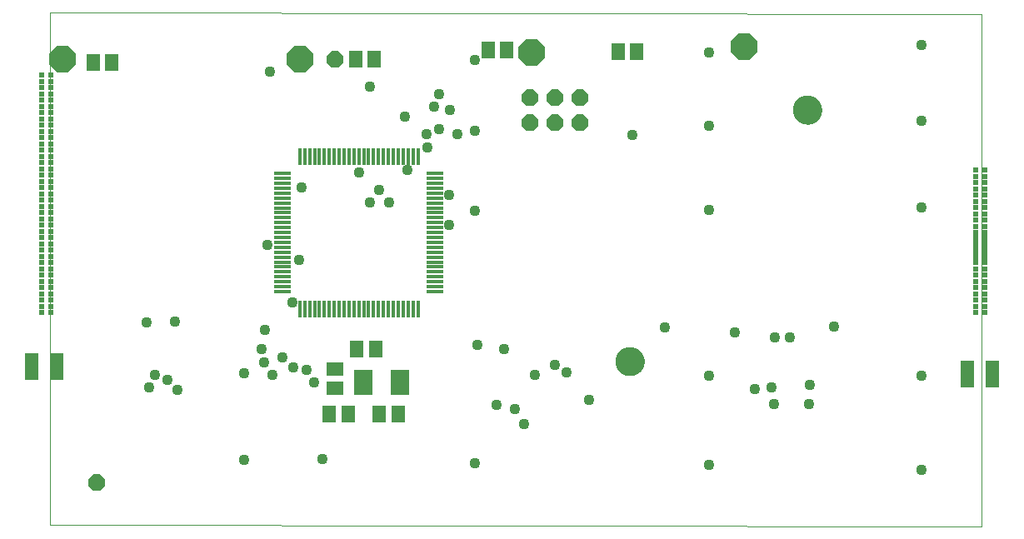
<source format=gbs>
G75*
%MOIN*%
%OFA0B0*%
%FSLAX25Y25*%
%IPPOS*%
%LPD*%
%AMOC8*
5,1,8,0,0,1.08239X$1,22.5*
%
%ADD10C,0.00000*%
%ADD11OC8,0.06600*%
%ADD12R,0.07293X0.10049*%
%ADD13R,0.05718X0.06506*%
%ADD14R,0.06899X0.05718*%
%ADD15R,0.05718X0.06899*%
%ADD16R,0.01663X0.06506*%
%ADD17R,0.06506X0.01663*%
%ADD18OC8,0.10600*%
%ADD19R,0.02100X0.02100*%
%ADD20C,0.11624*%
%ADD21R,0.05600X0.10600*%
%ADD22C,0.04362*%
D10*
X0014000Y0001800D02*
X0014000Y0206761D01*
X0386701Y0206261D01*
X0386701Y0001300D01*
X0014000Y0001800D01*
X0240488Y0067300D02*
X0240490Y0067448D01*
X0240496Y0067596D01*
X0240506Y0067744D01*
X0240520Y0067891D01*
X0240538Y0068038D01*
X0240559Y0068184D01*
X0240585Y0068330D01*
X0240615Y0068475D01*
X0240648Y0068619D01*
X0240686Y0068762D01*
X0240727Y0068904D01*
X0240772Y0069045D01*
X0240820Y0069185D01*
X0240873Y0069324D01*
X0240929Y0069461D01*
X0240989Y0069596D01*
X0241052Y0069730D01*
X0241119Y0069862D01*
X0241190Y0069992D01*
X0241264Y0070120D01*
X0241341Y0070246D01*
X0241422Y0070370D01*
X0241506Y0070492D01*
X0241593Y0070611D01*
X0241684Y0070728D01*
X0241778Y0070843D01*
X0241874Y0070955D01*
X0241974Y0071065D01*
X0242076Y0071171D01*
X0242182Y0071275D01*
X0242290Y0071376D01*
X0242401Y0071474D01*
X0242514Y0071570D01*
X0242630Y0071662D01*
X0242748Y0071751D01*
X0242869Y0071836D01*
X0242992Y0071919D01*
X0243117Y0071998D01*
X0243244Y0072074D01*
X0243373Y0072146D01*
X0243504Y0072215D01*
X0243637Y0072280D01*
X0243772Y0072341D01*
X0243908Y0072399D01*
X0244045Y0072454D01*
X0244184Y0072504D01*
X0244325Y0072551D01*
X0244466Y0072594D01*
X0244609Y0072634D01*
X0244753Y0072669D01*
X0244897Y0072701D01*
X0245043Y0072728D01*
X0245189Y0072752D01*
X0245336Y0072772D01*
X0245483Y0072788D01*
X0245630Y0072800D01*
X0245778Y0072808D01*
X0245926Y0072812D01*
X0246074Y0072812D01*
X0246222Y0072808D01*
X0246370Y0072800D01*
X0246517Y0072788D01*
X0246664Y0072772D01*
X0246811Y0072752D01*
X0246957Y0072728D01*
X0247103Y0072701D01*
X0247247Y0072669D01*
X0247391Y0072634D01*
X0247534Y0072594D01*
X0247675Y0072551D01*
X0247816Y0072504D01*
X0247955Y0072454D01*
X0248092Y0072399D01*
X0248228Y0072341D01*
X0248363Y0072280D01*
X0248496Y0072215D01*
X0248627Y0072146D01*
X0248756Y0072074D01*
X0248883Y0071998D01*
X0249008Y0071919D01*
X0249131Y0071836D01*
X0249252Y0071751D01*
X0249370Y0071662D01*
X0249486Y0071570D01*
X0249599Y0071474D01*
X0249710Y0071376D01*
X0249818Y0071275D01*
X0249924Y0071171D01*
X0250026Y0071065D01*
X0250126Y0070955D01*
X0250222Y0070843D01*
X0250316Y0070728D01*
X0250407Y0070611D01*
X0250494Y0070492D01*
X0250578Y0070370D01*
X0250659Y0070246D01*
X0250736Y0070120D01*
X0250810Y0069992D01*
X0250881Y0069862D01*
X0250948Y0069730D01*
X0251011Y0069596D01*
X0251071Y0069461D01*
X0251127Y0069324D01*
X0251180Y0069185D01*
X0251228Y0069045D01*
X0251273Y0068904D01*
X0251314Y0068762D01*
X0251352Y0068619D01*
X0251385Y0068475D01*
X0251415Y0068330D01*
X0251441Y0068184D01*
X0251462Y0068038D01*
X0251480Y0067891D01*
X0251494Y0067744D01*
X0251504Y0067596D01*
X0251510Y0067448D01*
X0251512Y0067300D01*
X0251510Y0067152D01*
X0251504Y0067004D01*
X0251494Y0066856D01*
X0251480Y0066709D01*
X0251462Y0066562D01*
X0251441Y0066416D01*
X0251415Y0066270D01*
X0251385Y0066125D01*
X0251352Y0065981D01*
X0251314Y0065838D01*
X0251273Y0065696D01*
X0251228Y0065555D01*
X0251180Y0065415D01*
X0251127Y0065276D01*
X0251071Y0065139D01*
X0251011Y0065004D01*
X0250948Y0064870D01*
X0250881Y0064738D01*
X0250810Y0064608D01*
X0250736Y0064480D01*
X0250659Y0064354D01*
X0250578Y0064230D01*
X0250494Y0064108D01*
X0250407Y0063989D01*
X0250316Y0063872D01*
X0250222Y0063757D01*
X0250126Y0063645D01*
X0250026Y0063535D01*
X0249924Y0063429D01*
X0249818Y0063325D01*
X0249710Y0063224D01*
X0249599Y0063126D01*
X0249486Y0063030D01*
X0249370Y0062938D01*
X0249252Y0062849D01*
X0249131Y0062764D01*
X0249008Y0062681D01*
X0248883Y0062602D01*
X0248756Y0062526D01*
X0248627Y0062454D01*
X0248496Y0062385D01*
X0248363Y0062320D01*
X0248228Y0062259D01*
X0248092Y0062201D01*
X0247955Y0062146D01*
X0247816Y0062096D01*
X0247675Y0062049D01*
X0247534Y0062006D01*
X0247391Y0061966D01*
X0247247Y0061931D01*
X0247103Y0061899D01*
X0246957Y0061872D01*
X0246811Y0061848D01*
X0246664Y0061828D01*
X0246517Y0061812D01*
X0246370Y0061800D01*
X0246222Y0061792D01*
X0246074Y0061788D01*
X0245926Y0061788D01*
X0245778Y0061792D01*
X0245630Y0061800D01*
X0245483Y0061812D01*
X0245336Y0061828D01*
X0245189Y0061848D01*
X0245043Y0061872D01*
X0244897Y0061899D01*
X0244753Y0061931D01*
X0244609Y0061966D01*
X0244466Y0062006D01*
X0244325Y0062049D01*
X0244184Y0062096D01*
X0244045Y0062146D01*
X0243908Y0062201D01*
X0243772Y0062259D01*
X0243637Y0062320D01*
X0243504Y0062385D01*
X0243373Y0062454D01*
X0243244Y0062526D01*
X0243117Y0062602D01*
X0242992Y0062681D01*
X0242869Y0062764D01*
X0242748Y0062849D01*
X0242630Y0062938D01*
X0242514Y0063030D01*
X0242401Y0063126D01*
X0242290Y0063224D01*
X0242182Y0063325D01*
X0242076Y0063429D01*
X0241974Y0063535D01*
X0241874Y0063645D01*
X0241778Y0063757D01*
X0241684Y0063872D01*
X0241593Y0063989D01*
X0241506Y0064108D01*
X0241422Y0064230D01*
X0241341Y0064354D01*
X0241264Y0064480D01*
X0241190Y0064608D01*
X0241119Y0064738D01*
X0241052Y0064870D01*
X0240989Y0065004D01*
X0240929Y0065139D01*
X0240873Y0065276D01*
X0240820Y0065415D01*
X0240772Y0065555D01*
X0240727Y0065696D01*
X0240686Y0065838D01*
X0240648Y0065981D01*
X0240615Y0066125D01*
X0240585Y0066270D01*
X0240559Y0066416D01*
X0240538Y0066562D01*
X0240520Y0066709D01*
X0240506Y0066856D01*
X0240496Y0067004D01*
X0240490Y0067152D01*
X0240488Y0067300D01*
X0311488Y0167800D02*
X0311490Y0167948D01*
X0311496Y0168096D01*
X0311506Y0168244D01*
X0311520Y0168391D01*
X0311538Y0168538D01*
X0311559Y0168684D01*
X0311585Y0168830D01*
X0311615Y0168975D01*
X0311648Y0169119D01*
X0311686Y0169262D01*
X0311727Y0169404D01*
X0311772Y0169545D01*
X0311820Y0169685D01*
X0311873Y0169824D01*
X0311929Y0169961D01*
X0311989Y0170096D01*
X0312052Y0170230D01*
X0312119Y0170362D01*
X0312190Y0170492D01*
X0312264Y0170620D01*
X0312341Y0170746D01*
X0312422Y0170870D01*
X0312506Y0170992D01*
X0312593Y0171111D01*
X0312684Y0171228D01*
X0312778Y0171343D01*
X0312874Y0171455D01*
X0312974Y0171565D01*
X0313076Y0171671D01*
X0313182Y0171775D01*
X0313290Y0171876D01*
X0313401Y0171974D01*
X0313514Y0172070D01*
X0313630Y0172162D01*
X0313748Y0172251D01*
X0313869Y0172336D01*
X0313992Y0172419D01*
X0314117Y0172498D01*
X0314244Y0172574D01*
X0314373Y0172646D01*
X0314504Y0172715D01*
X0314637Y0172780D01*
X0314772Y0172841D01*
X0314908Y0172899D01*
X0315045Y0172954D01*
X0315184Y0173004D01*
X0315325Y0173051D01*
X0315466Y0173094D01*
X0315609Y0173134D01*
X0315753Y0173169D01*
X0315897Y0173201D01*
X0316043Y0173228D01*
X0316189Y0173252D01*
X0316336Y0173272D01*
X0316483Y0173288D01*
X0316630Y0173300D01*
X0316778Y0173308D01*
X0316926Y0173312D01*
X0317074Y0173312D01*
X0317222Y0173308D01*
X0317370Y0173300D01*
X0317517Y0173288D01*
X0317664Y0173272D01*
X0317811Y0173252D01*
X0317957Y0173228D01*
X0318103Y0173201D01*
X0318247Y0173169D01*
X0318391Y0173134D01*
X0318534Y0173094D01*
X0318675Y0173051D01*
X0318816Y0173004D01*
X0318955Y0172954D01*
X0319092Y0172899D01*
X0319228Y0172841D01*
X0319363Y0172780D01*
X0319496Y0172715D01*
X0319627Y0172646D01*
X0319756Y0172574D01*
X0319883Y0172498D01*
X0320008Y0172419D01*
X0320131Y0172336D01*
X0320252Y0172251D01*
X0320370Y0172162D01*
X0320486Y0172070D01*
X0320599Y0171974D01*
X0320710Y0171876D01*
X0320818Y0171775D01*
X0320924Y0171671D01*
X0321026Y0171565D01*
X0321126Y0171455D01*
X0321222Y0171343D01*
X0321316Y0171228D01*
X0321407Y0171111D01*
X0321494Y0170992D01*
X0321578Y0170870D01*
X0321659Y0170746D01*
X0321736Y0170620D01*
X0321810Y0170492D01*
X0321881Y0170362D01*
X0321948Y0170230D01*
X0322011Y0170096D01*
X0322071Y0169961D01*
X0322127Y0169824D01*
X0322180Y0169685D01*
X0322228Y0169545D01*
X0322273Y0169404D01*
X0322314Y0169262D01*
X0322352Y0169119D01*
X0322385Y0168975D01*
X0322415Y0168830D01*
X0322441Y0168684D01*
X0322462Y0168538D01*
X0322480Y0168391D01*
X0322494Y0168244D01*
X0322504Y0168096D01*
X0322510Y0167948D01*
X0322512Y0167800D01*
X0322510Y0167652D01*
X0322504Y0167504D01*
X0322494Y0167356D01*
X0322480Y0167209D01*
X0322462Y0167062D01*
X0322441Y0166916D01*
X0322415Y0166770D01*
X0322385Y0166625D01*
X0322352Y0166481D01*
X0322314Y0166338D01*
X0322273Y0166196D01*
X0322228Y0166055D01*
X0322180Y0165915D01*
X0322127Y0165776D01*
X0322071Y0165639D01*
X0322011Y0165504D01*
X0321948Y0165370D01*
X0321881Y0165238D01*
X0321810Y0165108D01*
X0321736Y0164980D01*
X0321659Y0164854D01*
X0321578Y0164730D01*
X0321494Y0164608D01*
X0321407Y0164489D01*
X0321316Y0164372D01*
X0321222Y0164257D01*
X0321126Y0164145D01*
X0321026Y0164035D01*
X0320924Y0163929D01*
X0320818Y0163825D01*
X0320710Y0163724D01*
X0320599Y0163626D01*
X0320486Y0163530D01*
X0320370Y0163438D01*
X0320252Y0163349D01*
X0320131Y0163264D01*
X0320008Y0163181D01*
X0319883Y0163102D01*
X0319756Y0163026D01*
X0319627Y0162954D01*
X0319496Y0162885D01*
X0319363Y0162820D01*
X0319228Y0162759D01*
X0319092Y0162701D01*
X0318955Y0162646D01*
X0318816Y0162596D01*
X0318675Y0162549D01*
X0318534Y0162506D01*
X0318391Y0162466D01*
X0318247Y0162431D01*
X0318103Y0162399D01*
X0317957Y0162372D01*
X0317811Y0162348D01*
X0317664Y0162328D01*
X0317517Y0162312D01*
X0317370Y0162300D01*
X0317222Y0162292D01*
X0317074Y0162288D01*
X0316926Y0162288D01*
X0316778Y0162292D01*
X0316630Y0162300D01*
X0316483Y0162312D01*
X0316336Y0162328D01*
X0316189Y0162348D01*
X0316043Y0162372D01*
X0315897Y0162399D01*
X0315753Y0162431D01*
X0315609Y0162466D01*
X0315466Y0162506D01*
X0315325Y0162549D01*
X0315184Y0162596D01*
X0315045Y0162646D01*
X0314908Y0162701D01*
X0314772Y0162759D01*
X0314637Y0162820D01*
X0314504Y0162885D01*
X0314373Y0162954D01*
X0314244Y0163026D01*
X0314117Y0163102D01*
X0313992Y0163181D01*
X0313869Y0163264D01*
X0313748Y0163349D01*
X0313630Y0163438D01*
X0313514Y0163530D01*
X0313401Y0163626D01*
X0313290Y0163724D01*
X0313182Y0163825D01*
X0313076Y0163929D01*
X0312974Y0164035D01*
X0312874Y0164145D01*
X0312778Y0164257D01*
X0312684Y0164372D01*
X0312593Y0164489D01*
X0312506Y0164608D01*
X0312422Y0164730D01*
X0312341Y0164854D01*
X0312264Y0164980D01*
X0312190Y0165108D01*
X0312119Y0165238D01*
X0312052Y0165370D01*
X0311989Y0165504D01*
X0311929Y0165639D01*
X0311873Y0165776D01*
X0311820Y0165915D01*
X0311772Y0166055D01*
X0311727Y0166196D01*
X0311686Y0166338D01*
X0311648Y0166481D01*
X0311615Y0166625D01*
X0311585Y0166770D01*
X0311559Y0166916D01*
X0311538Y0167062D01*
X0311520Y0167209D01*
X0311506Y0167356D01*
X0311496Y0167504D01*
X0311490Y0167652D01*
X0311488Y0167800D01*
D11*
X0226000Y0162800D03*
X0216000Y0162800D03*
X0206000Y0162800D03*
X0206000Y0172800D03*
X0216000Y0172800D03*
X0226000Y0172800D03*
X0128000Y0188300D03*
X0032500Y0018800D03*
D12*
X0139217Y0058800D03*
X0153783Y0058800D03*
D13*
X0153240Y0046300D03*
X0145760Y0046300D03*
X0133240Y0046300D03*
X0125760Y0046300D03*
D14*
X0128000Y0056560D03*
X0128000Y0064040D03*
D15*
X0136760Y0072300D03*
X0144240Y0072300D03*
X0038740Y0186800D03*
X0031260Y0186800D03*
X0136260Y0188300D03*
X0143740Y0188300D03*
X0189260Y0191800D03*
X0196740Y0191800D03*
X0241260Y0191300D03*
X0248740Y0191300D03*
D16*
X0161122Y0149312D03*
X0159154Y0149312D03*
X0157185Y0149312D03*
X0155217Y0149312D03*
X0153248Y0149312D03*
X0151280Y0149312D03*
X0149311Y0149312D03*
X0147343Y0149312D03*
X0145374Y0149312D03*
X0143406Y0149312D03*
X0141437Y0149312D03*
X0139469Y0149312D03*
X0137500Y0149312D03*
X0135531Y0149312D03*
X0133563Y0149312D03*
X0131594Y0149312D03*
X0129626Y0149312D03*
X0127657Y0149312D03*
X0125689Y0149312D03*
X0123720Y0149312D03*
X0121752Y0149312D03*
X0119783Y0149312D03*
X0117815Y0149312D03*
X0115846Y0149312D03*
X0113878Y0149312D03*
X0113878Y0088288D03*
X0115846Y0088288D03*
X0117815Y0088288D03*
X0119783Y0088288D03*
X0121752Y0088288D03*
X0123720Y0088288D03*
X0125689Y0088288D03*
X0127657Y0088288D03*
X0129626Y0088288D03*
X0131594Y0088288D03*
X0133563Y0088288D03*
X0135531Y0088288D03*
X0137500Y0088288D03*
X0139469Y0088288D03*
X0141437Y0088288D03*
X0143406Y0088288D03*
X0145374Y0088288D03*
X0147343Y0088288D03*
X0149311Y0088288D03*
X0151280Y0088288D03*
X0153248Y0088288D03*
X0155217Y0088288D03*
X0157185Y0088288D03*
X0159154Y0088288D03*
X0161122Y0088288D03*
D17*
X0168012Y0095178D03*
X0168012Y0097146D03*
X0168012Y0099115D03*
X0168012Y0101083D03*
X0168012Y0103052D03*
X0168012Y0105020D03*
X0168012Y0106989D03*
X0168012Y0108957D03*
X0168012Y0110926D03*
X0168012Y0112894D03*
X0168012Y0114863D03*
X0168012Y0116831D03*
X0168012Y0118800D03*
X0168012Y0120769D03*
X0168012Y0122737D03*
X0168012Y0124706D03*
X0168012Y0126674D03*
X0168012Y0128643D03*
X0168012Y0130611D03*
X0168012Y0132580D03*
X0168012Y0134548D03*
X0168012Y0136517D03*
X0168012Y0138485D03*
X0168012Y0140454D03*
X0168012Y0142422D03*
X0106988Y0142422D03*
X0106988Y0140454D03*
X0106988Y0138485D03*
X0106988Y0136517D03*
X0106988Y0134548D03*
X0106988Y0132580D03*
X0106988Y0130611D03*
X0106988Y0128643D03*
X0106988Y0126674D03*
X0106988Y0124706D03*
X0106988Y0122737D03*
X0106988Y0120769D03*
X0106988Y0118800D03*
X0106988Y0116831D03*
X0106988Y0114863D03*
X0106988Y0112894D03*
X0106988Y0110926D03*
X0106988Y0108957D03*
X0106988Y0106989D03*
X0106988Y0105020D03*
X0106988Y0103052D03*
X0106988Y0101083D03*
X0106988Y0099115D03*
X0106988Y0097146D03*
X0106988Y0095178D03*
D18*
X0114000Y0188300D03*
X0206500Y0190800D03*
X0291500Y0193300D03*
X0019000Y0188300D03*
D19*
X0014287Y0181800D03*
X0010713Y0181800D03*
X0010713Y0179300D03*
X0010713Y0176800D03*
X0010713Y0174300D03*
X0010713Y0171800D03*
X0010713Y0169300D03*
X0010713Y0166800D03*
X0014287Y0166800D03*
X0014287Y0169300D03*
X0014287Y0171800D03*
X0014287Y0174300D03*
X0014287Y0176800D03*
X0014287Y0179300D03*
X0014287Y0164300D03*
X0014287Y0161800D03*
X0014287Y0159300D03*
X0014287Y0156800D03*
X0014287Y0154300D03*
X0014287Y0151800D03*
X0010713Y0151800D03*
X0010713Y0154300D03*
X0010713Y0156800D03*
X0010713Y0159300D03*
X0010713Y0161800D03*
X0010713Y0164300D03*
X0010713Y0149300D03*
X0010713Y0146800D03*
X0010713Y0144300D03*
X0010713Y0141800D03*
X0010713Y0139300D03*
X0010713Y0136800D03*
X0014287Y0136800D03*
X0014287Y0139300D03*
X0014287Y0141800D03*
X0014287Y0144300D03*
X0014287Y0146800D03*
X0014287Y0149300D03*
X0014287Y0134300D03*
X0014287Y0131800D03*
X0014287Y0129300D03*
X0014287Y0126800D03*
X0014287Y0124300D03*
X0014287Y0121800D03*
X0010713Y0121800D03*
X0010713Y0124300D03*
X0010713Y0126800D03*
X0010713Y0129300D03*
X0010713Y0131800D03*
X0010713Y0134300D03*
X0010713Y0119300D03*
X0010713Y0116800D03*
X0010713Y0114300D03*
X0010713Y0111800D03*
X0010713Y0109300D03*
X0010713Y0106800D03*
X0014287Y0106800D03*
X0014287Y0109300D03*
X0014287Y0111800D03*
X0014287Y0114300D03*
X0014287Y0116800D03*
X0014287Y0119300D03*
X0014287Y0104300D03*
X0014287Y0101800D03*
X0014287Y0099300D03*
X0014287Y0096800D03*
X0014287Y0094300D03*
X0010713Y0094300D03*
X0010713Y0096800D03*
X0010713Y0099300D03*
X0010713Y0101800D03*
X0010713Y0104300D03*
X0010713Y0091800D03*
X0010713Y0089300D03*
X0010713Y0086800D03*
X0014287Y0086800D03*
X0014287Y0089300D03*
X0014287Y0091800D03*
X0384213Y0091800D03*
X0384213Y0089300D03*
X0384213Y0086800D03*
X0387787Y0086800D03*
X0387787Y0089300D03*
X0387787Y0091800D03*
X0387787Y0094300D03*
X0387787Y0096800D03*
X0387787Y0099300D03*
X0387787Y0101800D03*
X0387787Y0104300D03*
X0384213Y0104300D03*
X0384213Y0101800D03*
X0384213Y0099300D03*
X0384213Y0096800D03*
X0384213Y0094300D03*
X0384213Y0106800D03*
X0384213Y0108800D03*
X0384213Y0110800D03*
X0384213Y0112800D03*
X0384213Y0114800D03*
X0384213Y0116800D03*
X0384213Y0118800D03*
X0384213Y0121300D03*
X0384213Y0123800D03*
X0387787Y0123800D03*
X0387787Y0121300D03*
X0387787Y0118800D03*
X0387787Y0116800D03*
X0387787Y0114800D03*
X0387787Y0112800D03*
X0387787Y0110800D03*
X0387787Y0108800D03*
X0387787Y0106800D03*
X0387787Y0126300D03*
X0387787Y0128800D03*
X0387787Y0131300D03*
X0387787Y0133800D03*
X0387787Y0136300D03*
X0387787Y0138800D03*
X0384213Y0138800D03*
X0384213Y0136300D03*
X0384213Y0133800D03*
X0384213Y0131300D03*
X0384213Y0128800D03*
X0384213Y0126300D03*
X0384213Y0141300D03*
X0384213Y0143800D03*
X0387787Y0143800D03*
X0387787Y0141300D03*
D20*
X0317000Y0167800D03*
X0246000Y0067300D03*
D21*
X0381000Y0062300D03*
X0391000Y0062300D03*
X0016500Y0065300D03*
X0006500Y0065300D03*
D22*
X0053500Y0056800D03*
X0056000Y0061800D03*
X0061000Y0059800D03*
X0065000Y0055800D03*
X0091500Y0062398D03*
X0099500Y0066800D03*
X0107000Y0068800D03*
X0111280Y0064800D03*
X0116500Y0063800D03*
X0119500Y0058800D03*
X0103000Y0061800D03*
X0098500Y0072300D03*
X0100000Y0079800D03*
X0111000Y0090800D03*
X0113500Y0107800D03*
X0101000Y0113800D03*
X0142000Y0130800D03*
X0145500Y0135800D03*
X0149500Y0130800D03*
X0137500Y0142800D03*
X0157000Y0143800D03*
X0165000Y0152800D03*
X0164500Y0158300D03*
X0169500Y0160300D03*
X0177000Y0158300D03*
X0184000Y0159398D03*
X0174000Y0167800D03*
X0167500Y0169300D03*
X0169500Y0174300D03*
X0156000Y0165300D03*
X0142000Y0177300D03*
X0102000Y0183300D03*
X0114500Y0136800D03*
X0173500Y0133800D03*
X0184000Y0127398D03*
X0173500Y0121800D03*
X0247000Y0157800D03*
X0277500Y0161398D03*
X0277500Y0190898D03*
X0362500Y0193898D03*
X0362500Y0163398D03*
X0362500Y0128898D03*
X0327500Y0081300D03*
X0310000Y0076800D03*
X0304000Y0076800D03*
X0288000Y0078800D03*
X0260000Y0080800D03*
X0277500Y0061398D03*
X0296000Y0056300D03*
X0302500Y0056800D03*
X0303500Y0050300D03*
X0317500Y0050300D03*
X0318000Y0057800D03*
X0362500Y0061398D03*
X0362500Y0023898D03*
X0277500Y0025800D03*
X0229500Y0051800D03*
X0220500Y0062800D03*
X0216000Y0065800D03*
X0208000Y0061800D03*
X0195500Y0072300D03*
X0185000Y0073800D03*
X0192500Y0049800D03*
X0200000Y0048300D03*
X0203500Y0042300D03*
X0184000Y0026398D03*
X0133240Y0046300D03*
X0123000Y0028300D03*
X0091500Y0027898D03*
X0064000Y0083300D03*
X0052500Y0082800D03*
X0184000Y0187898D03*
X0277500Y0127898D03*
M02*

</source>
